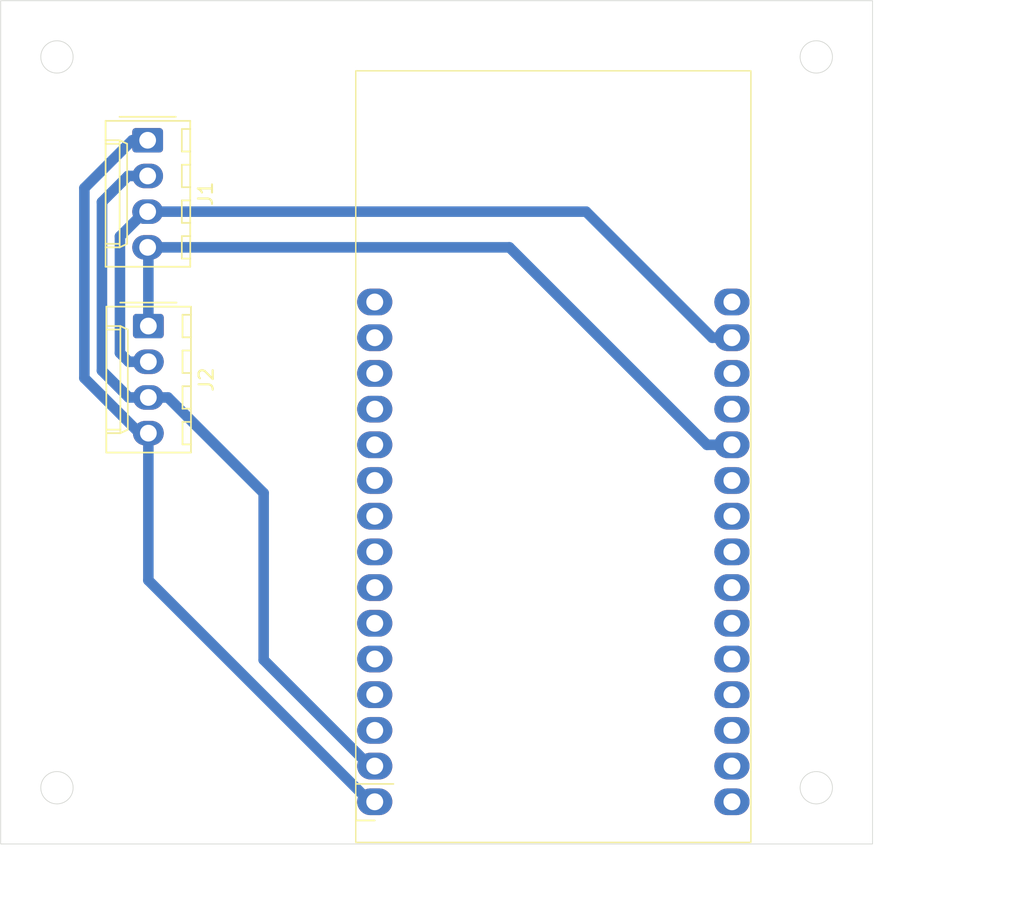
<source format=kicad_pcb>
(kicad_pcb (version 20240108) (generator "pcbnew") (generator_version "8.0")
  (layers (0 "F.Cu" signal) (31 "B.Cu" signal) (34 "B.Paste" user) (35 "F.Paste" user) (36 "B.SilkS" user "B.Silkscreen") (37 "F.SilkS" user "F.Silkscreen") (38 "B.Mask" user) (39 "F.Mask" user) (44 "Edge.Cuts" user))
  (net 0 "")
  (net 1 "GND")
  (net 2 "/SCL")
  (net 3 "/SDA")
  (net 4 "+5V")
  (footprint "Connector_Molex:Molex_KK-254_AE-6410-04A_1x04_P2.54mm_Vertical" (layer "F.Cu") (at 124.5 87.15 -90)
    (property "Reference" "J2" (at 3.81 -4.12 90) (layer "F.SilkS"))
    (property "Value" "Sercalo_L")
    (fp_line (start -1.38 2.99) (end 9 2.99) (stroke (width 0.12)) (layer "F.SilkS"))
    (fp_line (start 0 2.99) (end 0 1.99) (stroke (width 0.12)) (layer "F.SilkS"))
    (fp_line (start 0.25 2.99) (end 0.25 1.99) (stroke (width 0.12)) (layer "F.SilkS"))
    (fp_line (start 7.37 2.99) (end 7.37 1.99) (stroke (width 0.12)) (layer "F.SilkS"))
    (fp_line (start 9 2.99) (end 9 -3.03) (stroke (width 0.12)) (layer "F.SilkS"))
    (fp_line (start 0 1.99) (end 7.62 1.99) (stroke (width 0.12)) (layer "F.SilkS"))
    (fp_line (start 0 1.99) (end 0.25 1.46) (stroke (width 0.12)) (layer "F.SilkS"))
    (fp_line (start 7.62 1.99) (end 7.62 2.99) (stroke (width 0.12)) (layer "F.SilkS"))
    (fp_line (start 0.25 1.46) (end 7.37 1.46) (stroke (width 0.12)) (layer "F.SilkS"))
    (fp_line (start 7.37 1.46) (end 7.62 1.99) (stroke (width 0.12)) (layer "F.SilkS"))
    (fp_line (start -1.67 -2) (end -1.67 2) (stroke (width 0.12)) (layer "F.SilkS"))
    (fp_line (start -0.8 -2.43) (end 0.8 -2.43) (stroke (width 0.12)) (layer "F.SilkS"))
    (fp_line (start 0.8 -2.43) (end 0.8 -3.03) (stroke (width 0.12)) (layer "F.SilkS"))
    (fp_line (start 1.74 -2.43) (end 3.34 -2.43) (stroke (width 0.12)) (layer "F.SilkS"))
    (fp_line (start 3.34 -2.43) (end 3.34 -3.03) (stroke (width 0.12)) (layer "F.SilkS"))
    (fp_line (start 4.28 -2.43) (end 5.88 -2.43) (stroke (width 0.12)) (layer "F.SilkS"))
    (fp_line (start 5.88 -2.43) (end 5.88 -3.03) (stroke (width 0.12)) (layer "F.SilkS"))
    (fp_line (start 6.82 -2.43) (end 8.42 -2.43) (stroke (width 0.12)) (layer "F.SilkS"))
    (fp_line (start 8.42 -2.43) (end 8.42 -3.03) (stroke (width 0.12)) (layer "F.SilkS"))
    (fp_line (start -1.38 -3.03) (end -1.38 2.99) (stroke (width 0.12)) (layer "F.SilkS"))
    (fp_line (start -0.8 -3.03) (end -0.8 -2.43) (stroke (width 0.12)) (layer "F.SilkS"))
    (fp_line (start 1.74 -3.03) (end 1.74 -2.43) (stroke (width 0.12)) (layer "F.SilkS"))
    (fp_line (start 4.28 -3.03) (end 4.28 -2.43) (stroke (width 0.12)) (layer "F.SilkS"))
    (fp_line (start 6.82 -3.03) (end 6.82 -2.43) (stroke (width 0.12)) (layer "F.SilkS"))
    (fp_line (start 9 -3.03) (end -1.38 -3.03) (stroke (width 0.12)) (layer "F.SilkS"))
    (pad "1" thru_hole roundrect (at 0 0 270) (size 1.74 2.19) (drill 1.19) (layers "*.Cu" "*.Mask") (roundrect_rratio 0.143678) (net 3 "/SDA"))
    (pad "2" thru_hole oval (at 2.54 0 270) (size 1.74 2.19) (drill 1.19) (layers "*.Cu" "*.Mask") (net 2 "/SCL"))
    (pad "3" thru_hole oval (at 5.08 0 270) (size 1.74 2.19) (drill 1.19) (layers "*.Cu" "*.Mask") (net 1 "GND"))
    (pad "4" thru_hole oval (at 7.62 0 270) (size 1.74 2.19) (drill 1.19) (layers "*.Cu" "*.Mask") (net 4 "+5V"))
  )
  (footprint "Esp32_module:esp32_devkitv1_doit" (layer "F.Cu") (at 153.3 104.49)
    (property "Reference" "U1" (hide yes))
    (property "Value" "~" (hide yes))
    (fp_line (start -14.03 17.84) (end -14.03 16.51) (stroke (width 0.12)) (layer "F.SilkS"))
    (fp_line (start -12.7 17.84) (end -14.03 17.84) (stroke (width 0.12)) (layer "F.SilkS"))
    (fp_line (start -11.37 15.24) (end -14.03 15.24) (stroke (width 0.12)) (layer "F.SilkS"))
    (fp_rect (start -14.05 -35.5) (end 14.05 19.4) (stroke (width 0.1)) (fill none) (layer "F.SilkS"))
    (pad "1" thru_hole oval (at -12.7 16.51 180) (size 2.5 1.9) (drill 1.2) (layers "*.Cu" "*.Mask") (net 4 "+5V"))
    (pad "2" thru_hole oval (at -12.7 13.97 180) (size 2.5 1.9) (drill 1.2) (layers "*.Cu" "*.Mask") (net 1 "GND"))
    (pad "3" thru_hole oval (at -12.7 11.43 180) (size 2.5 1.9) (drill 1.2) (layers "*.Cu" "*.Mask"))
    (pad "4" thru_hole oval (at -12.7 8.89 180) (size 2.5 1.9) (drill 1.2) (layers "*.Cu" "*.Mask"))
    (pad "5" thru_hole oval (at -12.7 6.35 180) (size 2.5 1.9) (drill 1.2) (layers "*.Cu" "*.Mask"))
    (pad "6" thru_hole oval (at -12.7 3.81 180) (size 2.5 1.9) (drill 1.2) (layers "*.Cu" "*.Mask"))
    (pad "7" thru_hole oval (at -12.7 1.27 180) (size 2.5 1.9) (drill 1.2) (layers "*.Cu" "*.Mask"))
    (pad "8" thru_hole oval (at -12.7 -1.27 180) (size 2.5 1.9) (drill 1.2) (layers "*.Cu" "*.Mask"))
    (pad "9" thru_hole oval (at -12.7 -3.81 180) (size 2.5 1.9) (drill 1.2) (layers "*.Cu" "*.Mask"))
    (pad "10" thru_hole oval (at -12.7 -6.35 180) (size 2.5 1.9) (drill 1.2) (layers "*.Cu" "*.Mask"))
    (pad "11" thru_hole oval (at -12.7 -8.89 180) (size 2.5 1.9) (drill 1.2) (layers "*.Cu" "*.Mask"))
    (pad "12" thru_hole oval (at -12.7 -11.43 180) (size 2.5 1.9) (drill 1.2) (layers "*.Cu" "*.Mask"))
    (pad "13" thru_hole oval (at -12.7 -13.97 180) (size 2.5 1.9) (drill 1.2) (layers "*.Cu" "*.Mask"))
    (pad "14" thru_hole oval (at -12.7 -16.51 180) (size 2.5 1.9) (drill 1.2) (layers "*.Cu" "*.Mask"))
    (pad "15" thru_hole oval (at -12.7 -19.05 180) (size 2.5 1.9) (drill 1.2) (layers "*.Cu" "*.Mask"))
    (pad "16" thru_hole oval (at 12.7 -19.05 180) (size 2.5 1.9) (drill 1.2) (layers "*.Cu" "*.Mask"))
    (pad "17" thru_hole oval (at 12.7 -16.51 180) (size 2.5 1.9) (drill 1.2) (layers "*.Cu" "*.Mask") (net 2 "/SCL"))
    (pad "18" thru_hole oval (at 12.7 -13.97 180) (size 2.5 1.9) (drill 1.2) (layers "*.Cu" "*.Mask"))
    (pad "19" thru_hole oval (at 12.7 -11.43 180) (size 2.5 1.9) (drill 1.2) (layers "*.Cu" "*.Mask"))
    (pad "20" thru_hole oval (at 12.7 -8.89 180) (size 2.5 1.9) (drill 1.2) (layers "*.Cu" "*.Mask") (net 3 "/SDA"))
    (pad "21" thru_hole oval (at 12.7 -6.35 180) (size 2.5 1.9) (drill 1.2) (layers "*.Cu" "*.Mask"))
    (pad "22" thru_hole oval (at 12.7 -3.81 180) (size 2.5 1.9) (drill 1.2) (layers "*.Cu" "*.Mask"))
    (pad "23" thru_hole oval (at 12.7 -1.27 180) (size 2.5 1.9) (drill 1.2) (layers "*.Cu" "*.Mask"))
    (pad "24" thru_hole oval (at 12.7 1.27 180) (size 2.5 1.9) (drill 1.2) (layers "*.Cu" "*.Mask"))
    (pad "25" thru_hole oval (at 12.7 3.81 180) (size 2.5 1.9) (drill 1.2) (layers "*.Cu" "*.Mask"))
    (pad "26" thru_hole oval (at 12.7 6.35 180) (size 2.5 1.9) (drill 1.2) (layers "*.Cu" "*.Mask"))
    (pad "27" thru_hole oval (at 12.7 8.89 180) (size 2.5 1.9) (drill 1.2) (layers "*.Cu" "*.Mask"))
    (pad "28" thru_hole oval (at 12.7 11.43 180) (size 2.5 1.9) (drill 1.2) (layers "*.Cu" "*.Mask"))
    (pad "29" thru_hole oval (at 12.7 13.97 180) (size 2.5 1.9) (drill 1.2) (layers "*.Cu" "*.Mask"))
    (pad "30" thru_hole oval (at 12.7 16.51 180) (size 2.5 1.9) (drill 1.2) (layers "*.Cu" "*.Mask"))
  )
  (footprint "Connector_Molex:Molex_KK-254_AE-6410-04A_1x04_P2.54mm_Vertical" (layer "F.Cu") (at 124.45 73.93 -90)
    (property "Reference" "J1" (at 3.81 -4.12 90) (layer "F.SilkS"))
    (property "Value" "Sercalo_C")
    (fp_line (start -1.38 2.99) (end 9 2.99) (stroke (width 0.12)) (layer "F.SilkS"))
    (fp_line (start 0 2.99) (end 0 1.99) (stroke (width 0.12)) (layer "F.SilkS"))
    (fp_line (start 0.25 2.99) (end 0.25 1.99) (stroke (width 0.12)) (layer "F.SilkS"))
    (fp_line (start 7.37 2.99) (end 7.37 1.99) (stroke (width 0.12)) (layer "F.SilkS"))
    (fp_line (start 9 2.99) (end 9 -3.03) (stroke (width 0.12)) (layer "F.SilkS"))
    (fp_line (start 0 1.99) (end 7.62 1.99) (stroke (width 0.12)) (layer "F.SilkS"))
    (fp_line (start 0 1.99) (end 0.25 1.46) (stroke (width 0.12)) (layer "F.SilkS"))
    (fp_line (start 7.62 1.99) (end 7.62 2.99) (stroke (width 0.12)) (layer "F.SilkS"))
    (fp_line (start 0.25 1.46) (end 7.37 1.46) (stroke (width 0.12)) (layer "F.SilkS"))
    (fp_line (start 7.37 1.46) (end 7.62 1.99) (stroke (width 0.12)) (layer "F.SilkS"))
    (fp_line (start -1.67 -2) (end -1.67 2) (stroke (width 0.12)) (layer "F.SilkS"))
    (fp_line (start -0.8 -2.43) (end 0.8 -2.43) (stroke (width 0.12)) (layer "F.SilkS"))
    (fp_line (start 0.8 -2.43) (end 0.8 -3.03) (stroke (width 0.12)) (layer "F.SilkS"))
    (fp_line (start 1.74 -2.43) (end 3.34 -2.43) (stroke (width 0.12)) (layer "F.SilkS"))
    (fp_line (start 3.34 -2.43) (end 3.34 -3.03) (stroke (width 0.12)) (layer "F.SilkS"))
    (fp_line (start 4.28 -2.43) (end 5.88 -2.43) (stroke (width 0.12)) (layer "F.SilkS"))
    (fp_line (start 5.88 -2.43) (end 5.88 -3.03) (stroke (width 0.12)) (layer "F.SilkS"))
    (fp_line (start 6.82 -2.43) (end 8.42 -2.43) (stroke (width 0.12)) (layer "F.SilkS"))
    (fp_line (start 8.42 -2.43) (end 8.42 -3.03) (stroke (width 0.12)) (layer "F.SilkS"))
    (fp_line (start -1.38 -3.03) (end -1.38 2.99) (stroke (width 0.12)) (layer "F.SilkS"))
    (fp_line (start -0.8 -3.03) (end -0.8 -2.43) (stroke (width 0.12)) (layer "F.SilkS"))
    (fp_line (start 1.74 -3.03) (end 1.74 -2.43) (stroke (width 0.12)) (layer "F.SilkS"))
    (fp_line (start 4.28 -3.03) (end 4.28 -2.43) (stroke (width 0.12)) (layer "F.SilkS"))
    (fp_line (start 6.82 -3.03) (end 6.82 -2.43) (stroke (width 0.12)) (layer "F.SilkS"))
    (fp_line (start 9 -3.03) (end -1.38 -3.03) (stroke (width 0.12)) (layer "F.SilkS"))
    (pad "1" thru_hole roundrect (at 0 0 270) (size 1.74 2.19) (drill 1.19) (layers "*.Cu" "*.Mask") (roundrect_rratio 0.143678) (net 4 "+5V"))
    (pad "2" thru_hole oval (at 2.54 0 270) (size 1.74 2.19) (drill 1.19) (layers "*.Cu" "*.Mask") (net 1 "GND"))
    (pad "3" thru_hole oval (at 5.08 0 270) (size 1.74 2.19) (drill 1.19) (layers "*.Cu" "*.Mask") (net 2 "/SCL"))
    (pad "4" thru_hole oval (at 7.62 0 270) (size 1.74 2.19) (drill 1.19) (layers "*.Cu" "*.Mask") (net 3 "/SDA"))
  )
  (gr_circle (center 172 68) (end 173.15 68) (stroke (width 0.05)) (fill none) (layer "Edge.Cuts"))
  (gr_circle (center 118 120) (end 116.85 120) (stroke (width 0.05)) (fill none) (layer "Edge.Cuts"))
  (gr_circle (center 172 120) (end 173.15 120) (stroke (width 0.05)) (fill none) (layer "Edge.Cuts"))
  (gr_circle (center 118 68) (end 119.15 68) (stroke (width 0.05)) (fill none) (layer "Edge.Cuts"))
  (gr_rect (start 114 64) (end 176 124) (stroke (width 0.05)) (fill none) (layer "Edge.Cuts"))
  (segment (start 123.105 92.23) (end 124.5 92.23) (width 0.75) (layer "B.Cu") (net 1))
  (segment (start 132.7 110.90094) (end 132.7 99.035) (width 0.75) (layer "B.Cu") (net 1))
  (segment (start 140.6 118.46) (end 140.25906 118.46) (width 0.75) (layer "B.Cu") (net 1))
  (segment (start 121.2 90.325) (end 123.105 92.23) (width 0.75) (layer "B.Cu") (net 1))
  (segment (start 124.45 76.47) (end 123.055 76.47) (width 0.75) (layer "B.Cu") (net 1))
  (segment (start 121.2 78.325) (end 121.2 90.325) (width 0.75) (layer "B.Cu") (net 1))
  (segment (start 140.25906 118.46) (end 132.7 110.90094) (width 0.75) (layer "B.Cu") (net 1))
  (segment (start 123.055 76.47) (end 121.2 78.325) (width 0.75) (layer "B.Cu") (net 1))
  (segment (start 125.895 92.23) (end 124.5 92.23) (width 0.75) (layer "B.Cu") (net 1))
  (segment (start 132.7 99.035) (end 125.895 92.23) (width 0.75) (layer "B.Cu") (net 1))
  (segment (start 155.63 79.01) (end 124.45 79.01) (width 0.75) (layer "B.Cu") (net 2))
  (segment (start 124.24 79.01) (end 124.45 79.01) (width 0.75) (layer "B.Cu") (net 2))
  (segment (start 122.48 89.065) (end 122.48 80.77) (width 0.75) (layer "B.Cu") (net 2))
  (segment (start 164.6 87.98) (end 155.63 79.01) (width 0.75) (layer "B.Cu") (net 2))
  (segment (start 122.48 80.77) (end 124.24 79.01) (width 0.75) (layer "B.Cu") (net 2))
  (segment (start 166 87.98) (end 164.6 87.98) (width 0.75) (layer "B.Cu") (net 2))
  (segment (start 124.5 89.69) (end 123.105 89.69) (width 0.75) (layer "B.Cu") (net 2))
  (segment (start 123.105 89.69) (end 122.48 89.065) (width 0.75) (layer "B.Cu") (net 2))
  (segment (start 164.22906 95.6) (end 166 95.6) (width 0.75) (layer "B.Cu") (net 3))
  (segment (start 124.5 87.15) (end 124.5 81.6) (width 0.75) (layer "B.Cu") (net 3))
  (segment (start 124.5 81.6) (end 124.45 81.55) (width 0.75) (layer "B.Cu") (net 3))
  (segment (start 150.17906 81.55) (end 164.22906 95.6) (width 0.75) (layer "B.Cu") (net 3))
  (segment (start 124.45 81.55) (end 150.17906 81.55) (width 0.75) (layer "B.Cu") (net 3))
  (segment (start 123.87 94.77) (end 124.5 94.77) (width 0.75) (layer "B.Cu") (net 4))
  (segment (start 124.45 73.93) (end 123.355 73.93) (width 0.75) (layer "B.Cu") (net 4))
  (segment (start 124.5 94.77) (end 124.5 105.24094) (width 0.75) (layer "B.Cu") (net 4))
  (segment (start 124.5 105.24094) (end 140.25906 121) (width 0.75) (layer "B.Cu") (net 4))
  (segment (start 119.95 77.335) (end 119.95 90.85) (width 0.75) (layer "B.Cu") (net 4))
  (segment (start 140.25906 121) (end 140.6 121) (width 0.75) (layer "B.Cu") (net 4))
  (segment (start 123.355 73.93) (end 119.95 77.335) (width 0.75) (layer "B.Cu") (net 4))
  (segment (start 119.95 90.85) (end 123.87 94.77) (width 0.75) (layer "B.Cu") (net 4))
)
</source>
